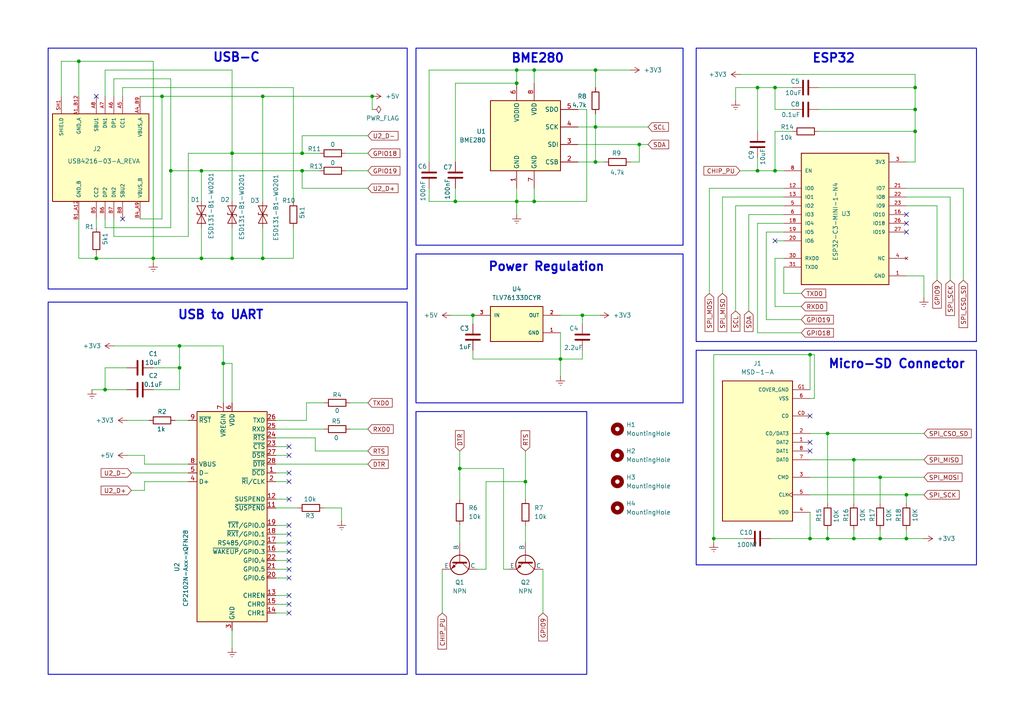
<source format=kicad_sch>
(kicad_sch (version 20250114) (generator "eeschema") (generator_version "9.0")
  (paper "A4")
  (title_block (title "Datalogger") (date "2025-11-27") (rev "V 1.0"))
  (rectangle (start 13.97 13.97) (end 118.11 83.82) (stroke (width 0.254)))
  (rectangle (start 201.93 101.6) (end 283.21 163.83) (stroke (width 0.254)))
  (rectangle (start 120.65 119.38) (end 170.18 195.58) (stroke (width 0.254)))
  (rectangle (start 201.93 13.97) (end 283.21 99.06) (stroke (width 0.254)))
  (rectangle (start 13.97 87.63) (end 118.11 195.58) (stroke (width 0.254)))
  (rectangle (start 120.65 13.97) (end 198.12 71.12) (stroke (width 0.254)))
  (rectangle (start 120.65 73.66) (end 198.12 116.84) (stroke (width 0.254)))
  (text "Micro-SD Connector" (at 260.096 105.664 0) (effects (font (size 2.54 2.54) (thickness 0.508) (bold yes))))
  (text "USB-C" (at 68.58 16.764 0) (effects (font (size 2.54 2.54) (thickness 0.508) (bold yes))))
  (text "ESP32" (at 241.808 17.018 0) (effects (font (size 2.54 2.54) (thickness 0.508) (bold yes))))
  (text "BME280" (at 155.956 17.018 0) (effects (font (size 2.54 2.54) (thickness 0.508) (bold yes))))
  (text "USB to UART" (at 64.008 91.44 0) (effects (font (size 2.54 2.54) (thickness 0.508) (bold yes))))
  (text "Power Regulation" (at 158.496 77.47 0) (effects (font (size 2.54 2.54) (thickness 0.508) (bold yes))))
  (junction (at 172.72 20.32))
  (junction (at 185.42 41.91))
  (junction (at 219.71 49.53))
  (junction (at 172.72 46.99))
  (junction (at 265.43 25.4))
  (junction (at 149.86 20.32))
  (junction (at 44.45 74.93))
  (junction (at 30.48 113.03))
  (junction (at 247.65 156.21))
  (junction (at 149.86 24.13))
  (junction (at 87.63 44.45))
  (junction (at 265.43 38.1))
  (junction (at 107.95 27.94))
  (junction (at 168.91 91.44))
  (junction (at 152.4 139.7))
  (junction (at 247.65 133.35))
  (junction (at 262.89 143.51))
  (junction (at 224.79 49.53))
  (junction (at 46.99 27.94))
  (junction (at 219.71 25.4))
  (junction (at 149.86 58.42))
  (junction (at 58.42 49.53))
  (junction (at 172.72 36.83))
  (junction (at 27.94 74.93))
  (junction (at 22.86 17.78))
  (junction (at 262.89 156.21))
  (junction (at 52.07 106.68))
  (junction (at 67.31 44.45))
  (junction (at 234.95 102.87))
  (junction (at 67.31 74.93))
  (junction (at 240.03 156.21))
  (junction (at 207.01 156.21))
  (junction (at 154.94 58.42))
  (junction (at 162.56 104.14))
  (junction (at 87.63 49.53))
  (junction (at 240.03 125.73))
  (junction (at 255.27 156.21))
  (junction (at 265.43 31.75))
  (junction (at 76.2 74.93))
  (junction (at 137.16 91.44))
  (junction (at 64.77 105.41))
  (junction (at 49.53 49.53))
  (junction (at 224.79 25.4))
  (junction (at 76.2 27.94))
  (junction (at 255.27 138.43))
  (junction (at 234.95 156.21))
  (junction (at 133.35 135.89))
  (junction (at 52.07 100.33))
  (junction (at 132.08 58.42))
  (junction (at 58.42 74.93))
  (junction (at 154.94 20.32))
  (no_connect (at 234.95 130.81))
  (no_connect (at 234.95 128.27))
  (no_connect (at 83.82 132.08))
  (no_connect (at 83.82 137.16))
  (no_connect (at 27.94 27.94))
  (no_connect (at 83.82 144.78))
  (no_connect (at 83.82 160.02))
  (no_connect (at 262.89 62.23))
  (no_connect (at 262.89 67.31))
  (no_connect (at 262.89 64.77))
  (no_connect (at 83.82 177.8))
  (no_connect (at 83.82 139.7))
  (no_connect (at 234.95 120.65))
  (no_connect (at 83.82 167.64))
  (no_connect (at 83.82 129.54))
  (no_connect (at 83.82 162.56))
  (no_connect (at 83.82 152.4))
  (no_connect (at 83.82 172.72))
  (no_connect (at 35.56 63.5))
  (no_connect (at 83.82 154.94))
  (no_connect (at 83.82 175.26))
  (no_connect (at 83.82 157.48))
  (no_connect (at 83.82 165.1))
  (no_connect (at 224.79 69.85))
  (wire (pts (xy 87.63 39.37) (xy 106.68 39.37)))
  (wire (pts (xy 146.05 165.1) (xy 146.05 135.89)))
  (wire (pts (xy 279.4 54.61) (xy 262.89 54.61)))
  (wire (pts (xy 100.33 44.45) (xy 106.68 44.45)))
  (wire (pts (xy 214.63 49.53) (xy 219.71 49.53)))
  (wire (pts (xy 76.2 27.94) (xy 76.2 58.42)))
  (wire (pts (xy 213.36 25.4) (xy 213.36 29.21)))
  (wire (pts (xy 36.83 121.92) (xy 43.18 121.92)))
  (wire (pts (xy 54.61 68.58) (xy 54.61 44.45)))
  (wire (pts (xy 46.99 27.94) (xy 76.2 27.94)))
  (wire (pts (xy 67.31 187.96) (xy 67.31 182.88)))
  (wire (pts (xy 234.95 156.21) (xy 240.03 156.21)))
  (wire (pts (xy 247.65 153.67) (xy 247.65 156.21)))
  (wire (pts (xy 85.09 25.4) (xy 85.09 58.42)))
  (wire (pts (xy 124.46 58.42) (xy 132.08 58.42)))
  (wire (pts (xy 222.25 67.31) (xy 227.33 67.31)))
  (wire (pts (xy 167.64 41.91) (xy 185.42 41.91)))
  (wire (pts (xy 44.45 74.93) (xy 44.45 76.2)))
  (wire (pts (xy 33.02 68.58) (xy 54.61 68.58)))
  (wire (pts (xy 22.86 63.5) (xy 22.86 74.93)))
  (wire (pts (xy 44.45 113.03) (xy 52.07 113.03)))
  (wire (pts (xy 80.01 127) (xy 91.44 127)))
  (wire (pts (xy 240.03 125.73) (xy 240.03 146.05)))
  (wire (pts (xy 154.94 58.42) (xy 149.86 58.42)))
  (wire (pts (xy 207.01 156.21) (xy 207.01 157.48)))
  (wire (pts (xy 124.46 20.32) (xy 124.46 46.99)))
  (wire (pts (xy 209.55 57.15) (xy 209.55 85.09)))
  (wire (pts (xy 30.48 27.94) (xy 30.48 20.32)))
  (wire (pts (xy 234.95 138.43) (xy 255.27 138.43)))
  (wire (pts (xy 265.43 21.59) (xy 265.43 25.4)))
  (wire (pts (xy 38.1 137.16) (xy 54.61 137.16)))
  (wire (pts (xy 170.18 31.75) (xy 170.18 58.42)))
  (wire (pts (xy 237.49 38.1) (xy 265.43 38.1)))
  (wire (pts (xy 162.56 96.52) (xy 162.56 104.14)))
  (wire (pts (xy 262.89 143.51) (xy 267.97 143.51)))
  (wire (pts (xy 240.03 156.21) (xy 247.65 156.21)))
  (wire (pts (xy 224.79 74.93) (xy 224.79 88.9)))
  (wire (pts (xy 87.63 49.53) (xy 92.71 49.53)))
  (wire (pts (xy 224.79 25.4) (xy 229.87 25.4)))
  (wire (pts (xy 27.94 63.5) (xy 27.94 66.04)))
  (wire (pts (xy 91.44 127) (xy 91.44 130.81)))
  (wire (pts (xy 107.95 27.94) (xy 107.95 31.75)))
  (wire (pts (xy 30.48 66.04) (xy 49.53 66.04)))
  (wire (pts (xy 149.86 54.61) (xy 149.86 58.42)))
  (wire (pts (xy 234.95 125.73) (xy 240.03 125.73)))
  (wire (pts (xy 227.33 62.23) (xy 217.17 62.23)))
  (wire (pts (xy 149.86 58.42) (xy 149.86 62.23)))
  (wire (pts (xy 162.56 104.14) (xy 162.56 109.22)))
  (wire (pts (xy 255.27 156.21) (xy 262.89 156.21)))
  (wire (pts (xy 219.71 49.53) (xy 224.79 49.53)))
  (wire (pts (xy 262.89 143.51) (xy 262.89 146.05)))
  (wire (pts (xy 205.74 54.61) (xy 205.74 85.09)))
  (wire (pts (xy 219.71 64.77) (xy 227.33 64.77)))
  (wire (pts (xy 255.27 138.43) (xy 255.27 146.05)))
  (wire (pts (xy 140.97 165.1) (xy 140.97 139.7)))
  (wire (pts (xy 265.43 38.1) (xy 265.43 46.99)))
  (wire (pts (xy 87.63 44.45) (xy 92.71 44.45)))
  (wire (pts (xy 146.05 135.89) (xy 133.35 135.89)))
  (wire (pts (xy 101.6 116.84) (xy 106.68 116.84)))
  (wire (pts (xy 265.43 46.99) (xy 262.89 46.99)))
  (wire (pts (xy 222.25 92.71) (xy 232.41 92.71)))
  (wire (pts (xy 40.64 63.5) (xy 46.99 63.5)))
  (wire (pts (xy 33.02 27.94) (xy 33.02 22.86)))
  (wire (pts (xy 224.79 31.75) (xy 224.79 25.4)))
  (wire (pts (xy 46.99 27.94) (xy 46.99 63.5)))
  (wire (pts (xy 132.08 54.61) (xy 132.08 58.42)))
  (wire (pts (xy 224.79 69.85) (xy 227.33 69.85)))
  (wire (pts (xy 26.67 113.03) (xy 30.48 113.03)))
  (wire (pts (xy 222.25 67.31) (xy 222.25 92.71)))
  (wire (pts (xy 36.83 113.03) (xy 30.48 113.03)))
  (wire (pts (xy 149.86 20.32) (xy 124.46 20.32)))
  (wire (pts (xy 217.17 62.23) (xy 217.17 90.17)))
  (wire (pts (xy 80.01 137.16) (xy 83.82 137.16)))
  (wire (pts (xy 17.78 17.78) (xy 22.86 17.78)))
  (wire (pts (xy 99.06 151.13) (xy 99.06 147.32)))
  (wire (pts (xy 128.27 165.1) (xy 128.27 177.8)))
  (wire (pts (xy 224.79 88.9) (xy 232.41 88.9)))
  (wire (pts (xy 265.43 21.59) (xy 214.63 21.59)))
  (wire (pts (xy 140.97 139.7) (xy 152.4 139.7)))
  (wire (pts (xy 52.07 113.03) (xy 52.07 106.68)))
  (wire (pts (xy 27.94 73.66) (xy 27.94 74.93)))
  (wire (pts (xy 41.91 139.7) (xy 41.91 142.24)))
  (wire (pts (xy 91.44 130.81) (xy 106.68 130.81)))
  (wire (pts (xy 219.71 25.4) (xy 224.79 25.4)))
  (wire (pts (xy 44.45 74.93) (xy 58.42 74.93)))
  (wire (pts (xy 152.4 139.7) (xy 152.4 144.78)))
  (wire (pts (xy 237.49 25.4) (xy 265.43 25.4)))
  (wire (pts (xy 80.01 121.92) (xy 88.9 121.92)))
  (wire (pts (xy 219.71 25.4) (xy 213.36 25.4)))
  (wire (pts (xy 76.2 66.04) (xy 76.2 74.93)))
  (wire (pts (xy 172.72 33.02) (xy 172.72 36.83)))
  (wire (pts (xy 54.61 44.45) (xy 67.31 44.45)))
  (wire (pts (xy 152.4 130.81) (xy 152.4 139.7)))
  (wire (pts (xy 80.01 160.02) (xy 83.82 160.02)))
  (wire (pts (xy 30.48 20.32) (xy 67.31 20.32)))
  (wire (pts (xy 67.31 74.93) (xy 76.2 74.93)))
  (wire (pts (xy 247.65 156.21) (xy 255.27 156.21)))
  (wire (pts (xy 124.46 54.61) (xy 124.46 58.42)))
  (wire (pts (xy 167.64 36.83) (xy 172.72 36.83)))
  (wire (pts (xy 234.95 143.51) (xy 262.89 143.51)))
  (wire (pts (xy 219.71 96.52) (xy 232.41 96.52)))
  (wire (pts (xy 58.42 58.42) (xy 58.42 49.53)))
  (wire (pts (xy 35.56 25.4) (xy 85.09 25.4)))
  (wire (pts (xy 44.45 17.78) (xy 44.45 74.93)))
  (wire (pts (xy 219.71 25.4) (xy 219.71 38.1)))
  (wire (pts (xy 22.86 74.93) (xy 27.94 74.93)))
  (wire (pts (xy 213.36 59.69) (xy 213.36 90.17)))
  (wire (pts (xy 240.03 125.73) (xy 267.97 125.73)))
  (wire (pts (xy 255.27 153.67) (xy 255.27 156.21)))
  (wire (pts (xy 80.01 132.08) (xy 83.82 132.08)))
  (wire (pts (xy 54.61 139.7) (xy 41.91 139.7)))
  (wire (pts (xy 67.31 44.45) (xy 87.63 44.45)))
  (wire (pts (xy 267.97 80.01) (xy 267.97 86.36)))
  (wire (pts (xy 80.01 124.46) (xy 93.98 124.46)))
  (wire (pts (xy 49.53 22.86) (xy 49.53 49.53)))
  (wire (pts (xy 207.01 156.21) (xy 215.9 156.21)))
  (wire (pts (xy 157.48 165.1) (xy 157.48 177.8)))
  (wire (pts (xy 167.64 46.99) (xy 172.72 46.99)))
  (wire (pts (xy 219.71 64.77) (xy 219.71 96.52)))
  (wire (pts (xy 234.95 133.35) (xy 247.65 133.35)))
  (wire (pts (xy 152.4 152.4) (xy 152.4 157.48)))
  (wire (pts (xy 99.06 147.32) (xy 93.98 147.32)))
  (wire (pts (xy 236.22 102.87) (xy 234.95 102.87)))
  (wire (pts (xy 130.81 91.44) (xy 137.16 91.44)))
  (wire (pts (xy 22.86 17.78) (xy 22.86 27.94)))
  (wire (pts (xy 132.08 24.13) (xy 132.08 46.99)))
  (wire (pts (xy 80.01 134.62) (xy 106.68 134.62)))
  (wire (pts (xy 234.95 148.59) (xy 234.95 156.21)))
  (wire (pts (xy 76.2 27.94) (xy 107.95 27.94)))
  (wire (pts (xy 133.35 152.4) (xy 133.35 157.48)))
  (wire (pts (xy 265.43 25.4) (xy 265.43 31.75)))
  (wire (pts (xy 149.86 20.32) (xy 149.86 24.13)))
  (wire (pts (xy 100.33 49.53) (xy 106.68 49.53)))
  (wire (pts (xy 41.91 132.08) (xy 41.91 134.62)))
  (wire (pts (xy 207.01 102.87) (xy 234.95 102.87)))
  (wire (pts (xy 237.49 31.75) (xy 265.43 31.75)))
  (wire (pts (xy 58.42 74.93) (xy 67.31 74.93)))
  (wire (pts (xy 247.65 133.35) (xy 247.65 146.05)))
  (wire (pts (xy 27.94 74.93) (xy 44.45 74.93)))
  (wire (pts (xy 85.09 66.04) (xy 85.09 74.93)))
  (wire (pts (xy 224.79 49.53) (xy 227.33 49.53)))
  (wire (pts (xy 101.6 124.46) (xy 106.68 124.46)))
  (wire (pts (xy 138.43 165.1) (xy 140.97 165.1)))
  (wire (pts (xy 80.01 147.32) (xy 86.36 147.32)))
  (wire (pts (xy 255.27 138.43) (xy 267.97 138.43)))
  (wire (pts (xy 224.79 38.1) (xy 224.79 49.53)))
  (wire (pts (xy 80.01 157.48) (xy 83.82 157.48)))
  (wire (pts (xy 87.63 54.61) (xy 87.63 49.53)))
  (wire (pts (xy 88.9 116.84) (xy 93.98 116.84)))
  (wire (pts (xy 67.31 105.41) (xy 64.77 105.41)))
  (wire (pts (xy 49.53 49.53) (xy 58.42 49.53)))
  (wire (pts (xy 182.88 20.32) (xy 172.72 20.32)))
  (wire (pts (xy 80.01 129.54) (xy 83.82 129.54)))
  (wire (pts (xy 64.77 100.33) (xy 64.77 105.41)))
  (wire (pts (xy 41.91 134.62) (xy 54.61 134.62)))
  (wire (pts (xy 232.41 85.09) (xy 227.33 85.09)))
  (wire (pts (xy 262.89 80.01) (xy 267.97 80.01)))
  (wire (pts (xy 33.02 100.33) (xy 52.07 100.33)))
  (wire (pts (xy 64.77 100.33) (xy 52.07 100.33)))
  (wire (pts (xy 67.31 105.41) (xy 67.31 116.84)))
  (wire (pts (xy 229.87 38.1) (xy 224.79 38.1)))
  (wire (pts (xy 22.86 17.78) (xy 44.45 17.78)))
  (wire (pts (xy 154.94 54.61) (xy 154.94 58.42)))
  (wire (pts (xy 87.63 54.61) (xy 106.68 54.61)))
  (wire (pts (xy 36.83 132.08) (xy 41.91 132.08)))
  (wire (pts (xy 80.01 177.8) (xy 83.82 177.8)))
  (wire (pts (xy 17.78 27.94) (xy 17.78 17.78)))
  (wire (pts (xy 172.72 25.4) (xy 172.72 20.32)))
  (wire (pts (xy 168.91 101.6) (xy 168.91 104.14)))
  (wire (pts (xy 247.65 133.35) (xy 267.97 133.35)))
  (wire (pts (xy 58.42 66.04) (xy 58.42 74.93)))
  (wire (pts (xy 162.56 91.44) (xy 168.91 91.44)))
  (wire (pts (xy 154.94 20.32) (xy 149.86 20.32)))
  (wire (pts (xy 80.01 172.72) (xy 83.82 172.72)))
  (wire (pts (xy 67.31 44.45) (xy 67.31 58.42)))
  (wire (pts (xy 205.74 54.61) (xy 227.33 54.61)))
  (wire (pts (xy 271.78 59.69) (xy 262.89 59.69)))
  (wire (pts (xy 149.86 24.13) (xy 132.08 24.13)))
  (wire (pts (xy 265.43 31.75) (xy 265.43 38.1)))
  (wire (pts (xy 236.22 102.87) (xy 236.22 115.57)))
  (wire (pts (xy 87.63 39.37) (xy 87.63 44.45)))
  (wire (pts (xy 33.02 63.5) (xy 33.02 68.58)))
  (wire (pts (xy 154.94 20.32) (xy 154.94 24.13)))
  (wire (pts (xy 133.35 130.81) (xy 133.35 135.89)))
  (wire (pts (xy 30.48 63.5) (xy 30.48 66.04)))
  (wire (pts (xy 133.35 135.89) (xy 133.35 144.78)))
  (wire (pts (xy 172.72 36.83) (xy 172.72 46.99)))
  (wire (pts (xy 88.9 121.92) (xy 88.9 116.84)))
  (wire (pts (xy 219.71 45.72) (xy 219.71 49.53)))
  (wire (pts (xy 262.89 153.67) (xy 262.89 156.21)))
  (wire (pts (xy 137.16 101.6) (xy 137.16 104.14)))
  (wire (pts (xy 67.31 66.04) (xy 67.31 74.93)))
  (wire (pts (xy 209.55 57.15) (xy 227.33 57.15)))
  (wire (pts (xy 80.01 167.64) (xy 83.82 167.64)))
  (wire (pts (xy 207.01 102.87) (xy 207.01 156.21)))
  (wire (pts (xy 262.89 57.15) (xy 275.59 57.15)))
  (wire (pts (xy 132.08 58.42) (xy 149.86 58.42)))
  (wire (pts (xy 236.22 115.57) (xy 234.95 115.57)))
  (wire (pts (xy 30.48 106.68) (xy 36.83 106.68)))
  (wire (pts (xy 172.72 36.83) (xy 187.96 36.83)))
  (wire (pts (xy 80.01 162.56) (xy 83.82 162.56)))
  (wire (pts (xy 224.79 74.93) (xy 227.33 74.93)))
  (wire (pts (xy 80.01 144.78) (xy 83.82 144.78)))
  (wire (pts (xy 80.01 154.94) (xy 83.82 154.94)))
  (wire (pts (xy 223.52 156.21) (xy 234.95 156.21)))
  (wire (pts (xy 168.91 91.44) (xy 173.99 91.44)))
  (wire (pts (xy 240.03 153.67) (xy 240.03 156.21)))
  (wire (pts (xy 58.42 49.53) (xy 87.63 49.53)))
  (wire (pts (xy 185.42 41.91) (xy 187.96 41.91)))
  (wire (pts (xy 80.01 139.7) (xy 83.82 139.7)))
  (wire (pts (xy 279.4 81.28) (xy 279.4 54.61)))
  (wire (pts (xy 227.33 85.09) (xy 227.33 77.47)))
  (wire (pts (xy 64.77 105.41) (xy 64.77 116.84)))
  (wire (pts (xy 275.59 57.15) (xy 275.59 81.28)))
  (wire (pts (xy 137.16 104.14) (xy 162.56 104.14)))
  (wire (pts (xy 154.94 20.32) (xy 172.72 20.32)))
  (wire (pts (xy 162.56 104.14) (xy 168.91 104.14)))
  (wire (pts (xy 76.2 74.93) (xy 85.09 74.93)))
  (wire (pts (xy 137.16 91.44) (xy 137.16 93.98)))
  (wire (pts (xy 49.53 66.04) (xy 49.53 49.53)))
  (wire (pts (xy 52.07 106.68) (xy 52.07 100.33)))
  (wire (pts (xy 41.91 142.24) (xy 38.1 142.24)))
  (wire (pts (xy 170.18 58.42) (xy 154.94 58.42)))
  (wire (pts (xy 30.48 113.03) (xy 30.48 106.68)))
  (wire (pts (xy 80.01 152.4) (xy 83.82 152.4)))
  (wire (pts (xy 271.78 81.28) (xy 271.78 59.69)))
  (wire (pts (xy 185.42 41.91) (xy 185.42 46.99)))
  (wire (pts (xy 80.01 175.26) (xy 83.82 175.26)))
  (wire (pts (xy 35.56 27.94) (xy 35.56 25.4)))
  (wire (pts (xy 234.95 113.03) (xy 234.95 102.87)))
  (wire (pts (xy 167.64 31.75) (xy 170.18 31.75)))
  (wire (pts (xy 40.64 27.94) (xy 46.99 27.94)))
  (wire (pts (xy 44.45 106.68) (xy 52.07 106.68)))
  (wire (pts (xy 227.33 59.69) (xy 213.36 59.69)))
  (wire (pts (xy 229.87 31.75) (xy 224.79 31.75)))
  (wire (pts (xy 67.31 20.32) (xy 67.31 44.45)))
  (wire (pts (xy 33.02 22.86) (xy 49.53 22.86)))
  (wire (pts (xy 168.91 91.44) (xy 168.91 93.98)))
  (wire (pts (xy 185.42 46.99) (xy 182.88 46.99)))
  (wire (pts (xy 80.01 165.1) (xy 83.82 165.1)))
  (wire (pts (xy 147.32 165.1) (xy 146.05 165.1)))
  (wire (pts (xy 262.89 156.21) (xy 267.97 156.21)))
  (wire (pts (xy 172.72 46.99) (xy 175.26 46.99)))
  (wire (pts (xy 50.8 121.92) (xy 54.61 121.92)))
  (global_label "SCL" (shape input) (at 187.96 36.83 0) (property "Intersheetrefs" "${INTERSHEET_REFS}" (effects (hide yes))))
  (global_label "RTS" (shape input) (at 152.4 130.81 90) (property "Intersheetrefs" "${INTERSHEET_REFS}" (effects (hide yes))))
  (global_label "RTS" (shape input) (at 106.68 130.81 0) (property "Intersheetrefs" "${INTERSHEET_REFS}" (effects (hide yes))))
  (global_label "RXD0" (shape input) (at 232.41 88.9 0) (property "Intersheetrefs" "${INTERSHEET_REFS}" (effects (hide yes))))
  (global_label "SPI_MISO" (shape input) (at 267.97 133.35 0) (property "Intersheetrefs" "${INTERSHEET_REFS}" (effects (hide yes))))
  (global_label "U2_D+" (shape input) (at 38.1 142.24 180) (property "Intersheetrefs" "${INTERSHEET_REFS}" (effects (hide yes))))
  (global_label "GPIO18" (shape input) (at 106.68 44.45 0) (property "Intersheetrefs" "${INTERSHEET_REFS}" (effects (hide yes))))
  (global_label "GPIO19" (shape input) (at 232.41 92.71 0) (property "Intersheetrefs" "${INTERSHEET_REFS}" (effects (hide yes))))
  (global_label "SDA" (shape input) (at 217.17 90.17 270) (property "Intersheetrefs" "${INTERSHEET_REFS}" (effects (hide yes))))
  (global_label "CHIP_PU" (shape input) (at 128.27 177.8 270) (property "Intersheetrefs" "${INTERSHEET_REFS}" (effects (hide yes))))
  (global_label "SPI_MISO" (shape input) (at 209.55 85.09 270) (property "Intersheetrefs" "${INTERSHEET_REFS}" (effects (hide yes))))
  (global_label "GPIO9" (shape input) (at 271.78 81.28 270) (property "Intersheetrefs" "${INTERSHEET_REFS}" (effects (hide yes))))
  (global_label "SPI_CSO_SD" (shape input) (at 267.97 125.73 0) (property "Intersheetrefs" "${INTERSHEET_REFS}" (effects (hide yes))))
  (global_label "SPI_CSO_SD" (shape input) (at 279.4 81.28 270) (property "Intersheetrefs" "${INTERSHEET_REFS}" (effects (hide yes))))
  (global_label "SPI_MOSI" (shape input) (at 205.74 85.09 270) (property "Intersheetrefs" "${INTERSHEET_REFS}" (effects (hide yes))))
  (global_label "U2_D-" (shape input) (at 106.68 39.37 0) (property "Intersheetrefs" "${INTERSHEET_REFS}" (effects (hide yes))))
  (global_label "SPI_SCK" (shape input) (at 267.97 143.51 0) (property "Intersheetrefs" "${INTERSHEET_REFS}" (effects (hide yes))))
  (global_label "GPIO18" (shape input) (at 232.41 96.52 0) (property "Intersheetrefs" "${INTERSHEET_REFS}" (effects (hide yes))))
  (global_label "GPIO9" (shape input) (at 157.48 177.8 270) (property "Intersheetrefs" "${INTERSHEET_REFS}" (effects (hide yes))))
  (global_label "CHIP_PU" (shape input) (at 214.63 49.53 180) (property "Intersheetrefs" "${INTERSHEET_REFS}" (effects (hide yes))))
  (global_label "U2_D+" (shape input) (at 106.68 54.61 0) (property "Intersheetrefs" "${INTERSHEET_REFS}" (effects (hide yes))))
  (global_label "U2_D-" (shape input) (at 38.1 137.16 180) (property "Intersheetrefs" "${INTERSHEET_REFS}" (effects (hide yes))))
  (global_label "SPI_MOSI" (shape input) (at 267.97 138.43 0) (property "Intersheetrefs" "${INTERSHEET_REFS}" (effects (hide yes))))
  (global_label "DTR" (shape input) (at 106.68 134.62 0) (property "Intersheetrefs" "${INTERSHEET_REFS}" (effects (hide yes))))
  (global_label "SCL" (shape input) (at 213.36 90.17 270) (property "Intersheetrefs" "${INTERSHEET_REFS}" (effects (hide yes))))
  (global_label "SDA" (shape input) (at 187.96 41.91 0) (property "Intersheetrefs" "${INTERSHEET_REFS}" (effects (hide yes))))
  (global_label "TXD0" (shape input) (at 106.68 116.84 0) (property "Intersheetrefs" "${INTERSHEET_REFS}" (effects (hide yes))))
  (global_label "DTR" (shape input) (at 133.35 130.81 90) (property "Intersheetrefs" "${INTERSHEET_REFS}" (effects (hide yes))))
  (global_label "GPIO19" (shape input) (at 106.68 49.53 0) (property "Intersheetrefs" "${INTERSHEET_REFS}" (effects (hide yes))))
  (global_label "SPI_SCK" (shape input) (at 275.59 81.28 270) (property "Intersheetrefs" "${INTERSHEET_REFS}" (effects (hide yes))))
  (global_label "RXD0" (shape input) (at 106.68 124.46 0) (property "Intersheetrefs" "${INTERSHEET_REFS}" (effects (hide yes))))
  (global_label "TXD0" (shape input) (at 232.41 85.09 0) (property "Intersheetrefs" "${INTERSHEET_REFS}" (effects (hide yes))))
  (symbol (lib_id "TLV76133DCYR:TLV76133DCYR") (at 149.86 93.98 0) (unit 1)
    (property "Reference" "U4" (at 149.86 83.82 0))
    (property "Value" "TLV76133DCYR" (at 149.86 86.36 0))
    (property "Footprint" "POWER_REGULATOR:VREG_TLV76133DCYR" (effects (hide yes)))
    (property "MF" "Texas Instruments" (effects (hide yes)))
    (property "MAXIMUM_PACKAGE_HEIGHT" "1.8mm" (effects (hide yes)))
    (property "Package" "SOT-223-4 Texas Instruments" (effects (hide yes)))
    (property "Price" "None" (effects (hide yes)))
    (property "Check_prices" "https://www.snapeda.com/parts/TLV76133DCYR/Texas+Instruments/view-part/?ref=eda" (effects (hide yes)))
    (property "STANDARD" "Manufacturer Recommendations" (effects (hide yes)))
    (property "PARTREV" "B" (effects (hide yes)))
    (property "SnapEDA_Link" "https://www.snapeda.com/parts/TLV76133DCYR/Texas+Instruments/view-part/?ref=snap" (effects (hide yes)))
    (property "MP" "TLV76133DCYR" (effects (hide yes)))
    (property "Description_1" "1A 16V high-PSRR linear voltage regulator" (effects (hide yes)))
    (property "Availability" "In Stock" (effects (hide yes)))
    (property "MANUFACTURER" "Texas Instruments" (effects (hide yes)))
  )
  (symbol (lib_id "Device:C") (at 219.71 156.21 90) (unit 1)
    (property "Reference" "C10" (at 216.408 154.432 90))
    (property "Value" "100Nf" (at 216.662 157.988 90))
    (property "Footprint" "Capacitor_SMD:C_0402_1005Metric" (effects (hide yes)))
    (property "Description" "Unpolarized capacitor" (effects (hide yes)))
  )
  (symbol (lib_id "Device:C") (at 40.64 106.68 90) (unit 1)
    (property "Reference" "C1" (at 44.45 102.616 90))
    (property "Value" "10uF" (at 44.45 105.156 90))
    (property "Footprint" "Capacitor_SMD:C_0603_1608Metric" (effects (hide yes)))
    (property "Description" "Unpolarized capacitor" (effects (hide yes)))
  )
  (symbol (lib_id "Device:R") (at 262.89 149.86 0) (unit 1)
    (property "Reference" "R18" (at 260.604 151.384 90) (effects (justify left)))
    (property "Value" "10K" (at 265.43 151.384 90) (effects (justify left)))
    (property "Footprint" "Resistor_SMD:R_0402_1005Metric" (effects (hide yes)))
    (property "Description" "Resistor" (effects (hide yes)))
  )
  (symbol (lib_id "power:+3V3") (at 36.83 121.92 90) (unit 1)
    (property "Reference" "#PWR012" (effects (hide yes)))
    (property "Value" "+3V3" (at 33.02 121.9199 90) (effects (justify left)))
    (property "Description" "Power symbol creates a global label with name \"+3V3\"" (effects (hide yes)))
  )
  (symbol (lib_id "power:PWR_FLAG") (at 107.95 31.75 270) (unit 1)
    (property "Reference" "#FLG02" (effects (hide yes)))
    (property "Value" "PWR_FLAG" (at 110.998 34.29 90))
    (property "Description" "Special symbol for telling ERC where power comes from" (effects (hide yes)))
  )
  (symbol (lib_id "Diode:ESD131-B1-W0201") (at 67.31 62.23 90) (unit 1)
    (property "Reference" "D2" (at 65.278 57.912 90))
    (property "Value" "ESD131-B1-W0201" (at 70.104 59.944 0))
    (property "Footprint" "Diode_SMD:Infineon_SG-WLL-2-3_0.58x0.28_P0.36mm" (effects (hide yes)))
    (property "Datasheet" "https://www.infineon.com/dgdl/Infineon-ESD131-B1-W0201-DataSheet-v02_00-EN.pdf?fileId=5546d4625cc9456a015ce94850964889" (effects (hide yes)))
    (property "Description" "Bidirectional ESD protection diode, ±5.5Vrwm, 0.23pF, SG-WLL-2-3" (effects (hide yes)))
  )
  (symbol (lib_id "power:+5V") (at 36.83 132.08 90) (unit 1)
    (property "Reference" "#PWR017" (effects (hide yes)))
    (property "Value" "+5V" (at 33.02 132.0799 90) (effects (justify left)))
    (property "Description" "Power symbol creates a global label with name \"+5V\"" (effects (hide yes)))
  )
  (symbol (lib_id "power:GNDREF") (at 149.86 62.23 0) (unit 1)
    (property "Reference" "#PWR06" (effects (hide yes)))
    (property "Value" "GNDREF" (effects (hide yes)))
    (property "Description" "Power symbol creates a global label with name \"GNDREF\" , reference supply ground" (effects (hide yes)))
  )
  (symbol (lib_id "Device:C") (at 124.46 50.8 0) (unit 1)
    (property "Reference" "C6" (at 121.158 48.26 0) (effects (justify left)))
    (property "Value" "100nF" (at 122.682 58.42 90) (effects (justify left)))
    (property "Footprint" "Capacitor_SMD:C_0402_1005Metric" (effects (hide yes)))
    (property "Description" "Unpolarized capacitor" (effects (hide yes)))
  )
  (symbol (lib_id "power:GNDREF") (at 26.67 113.03 0) (unit 1)
    (property "Reference" "#PWR03" (effects (hide yes)))
    (property "Value" "GNDREF" (effects (hide yes)))
    (property "Description" "Power symbol creates a global label with name \"GNDREF\" , reference supply ground" (effects (hide yes)))
  )
  (symbol (lib_id "Simulation_SPICE:NPN") (at 152.4 162.56 270) (unit 1)
    (property "Reference" "Q2" (at 152.4 168.91 90))
    (property "Value" "NPN" (at 152.4 171.45 90))
    (property "Footprint" "Transistor_SMD:TRANS_BC847B" (effects (hide yes)))
    (property "Datasheet" "https://ngspice.sourceforge.io/docs/ngspice-html-manual/manual.xhtml#cha_BJTs" (effects (hide yes)))
    (property "Description" "Bipolar transistor symbol for simulation only, substrate tied to the emitter" (effects (hide yes)))
    (property "Sim.Device" "NPN" (effects (hide yes)))
    (property "Sim.Type" "GUMMELPOON" (effects (hide yes)))
    (property "Sim.Pins" "1=C 2=B 3=E" (effects (hide yes)))
  )
  (symbol (lib_id "Device:R") (at 90.17 147.32 270) (unit 1)
    (property "Reference" "R3" (at 89.916 149.606 90))
    (property "Value" "10k" (at 89.916 144.78 90))
    (property "Footprint" "Resistor_SMD:R_0402_1005Metric" (effects (hide yes)))
    (property "Description" "Resistor" (effects (hide yes)))
  )
  (symbol (lib_id "Device:R") (at 96.52 49.53 90) (unit 1)
    (property "Reference" "R13" (at 91.694 48.26 90))
    (property "Value" "0" (at 96.52 47.244 90))
    (property "Footprint" "Resistor_SMD:R_0402_1005Metric" (effects (hide yes)))
    (property "Description" "Resistor" (effects (hide yes)))
  )
  (symbol (lib_id "Device:C") (at 40.64 113.03 90) (unit 1)
    (property "Reference" "C2" (at 44.45 108.966 90))
    (property "Value" "0.1uF" (at 44.45 111.506 90))
    (property "Footprint" "Capacitor_SMD:C_0402_1005Metric" (effects (hide yes)))
    (property "Description" "Unpolarized capacitor" (effects (hide yes)))
  )
  (symbol (lib_id "power:GNDREF") (at 67.31 187.96 0) (unit 1)
    (property "Reference" "#PWR02" (effects (hide yes)))
    (property "Value" "GNDREF" (effects (hide yes)))
    (property "Description" "Power symbol creates a global label with name \"GNDREF\" , reference supply ground" (effects (hide yes)))
  )
  (symbol (lib_id "Device:R") (at 152.4 148.59 0) (unit 1)
    (property "Reference" "R7" (at 154.94 147.3199 0) (effects (justify left)))
    (property "Value" "10k" (at 154.94 149.8599 0) (effects (justify left)))
    (property "Footprint" "Resistor_SMD:R_0402_1005Metric" (effects (hide yes)))
    (property "Description" "Resistor" (effects (hide yes)))
  )
  (symbol (lib_id "power:GNDREF") (at 213.36 29.21 0) (unit 1)
    (property "Reference" "#PWR08" (effects (hide yes)))
    (property "Value" "GNDREF" (effects (hide yes)))
    (property "Description" "Power symbol creates a global label with name \"GNDREF\" , reference supply ground" (effects (hide yes)))
  )
  (symbol (lib_id "Device:R") (at 133.35 148.59 0) (unit 1)
    (property "Reference" "R6" (at 135.89 147.3199 0) (effects (justify left)))
    (property "Value" "10k" (at 135.89 149.8599 0) (effects (justify left)))
    (property "Footprint" "Resistor_SMD:R_0402_1005Metric" (effects (hide yes)))
    (property "Description" "Resistor" (effects (hide yes)))
  )
  (symbol (lib_id "Device:R") (at 27.94 69.85 0) (unit 1)
    (property "Reference" "R1" (at 24.638 65.786 0) (effects (justify left)))
    (property "Value" "5k1" (at 30.48 71.1199 90) (effects (justify left)))
    (property "Footprint" "Resistor_SMD:R_0402_1005Metric" (effects (hide yes)))
    (property "Description" "Resistor" (effects (hide yes)))
  )
  (symbol (lib_id "power:GNDREF") (at 267.97 86.36 0) (unit 1)
    (property "Reference" "#PWR07" (effects (hide yes)))
    (property "Value" "GNDREF" (effects (hide yes)))
    (property "Description" "Power symbol creates a global label with name \"GNDREF\" , reference supply ground" (effects (hide yes)))
  )
  (symbol (lib_id "power:+3V3") (at 173.99 91.44 270) (unit 1)
    (property "Reference" "#PWR010" (effects (hide yes)))
    (property "Value" "+3V3" (at 177.8 91.4399 90) (effects (justify left)))
    (property "Description" "Power symbol creates a global label with name \"+3V3\"" (effects (hide yes)))
  )
  (symbol (lib_id "Diode:ESD131-B1-W0201") (at 76.2 62.23 90) (unit 1)
    (property "Reference" "D3" (at 73.914 58.166 90))
    (property "Value" "ESD131-B1-W0201" (at 80.01 60.198 0))
    (property "Footprint" "Diode_SMD:Infineon_SG-WLL-2-3_0.58x0.28_P0.36mm" (effects (hide yes)))
    (property "Datasheet" "https://www.infineon.com/dgdl/Infineon-ESD131-B1-W0201-DataSheet-v02_00-EN.pdf?fileId=5546d4625cc9456a015ce94850964889" (effects (hide yes)))
    (property "Description" "Bidirectional ESD protection diode, ±5.5Vrwm, 0.23pF, SG-WLL-2-3" (effects (hide yes)))
  )
  (symbol (lib_id "Device:R") (at 247.65 149.86 0) (unit 1)
    (property "Reference" "R16" (at 245.364 151.384 90) (effects (justify left)))
    (property "Value" "10K" (at 250.19 151.384 90) (effects (justify left)))
    (property "Footprint" "Resistor_SMD:R_0402_1005Metric" (effects (hide yes)))
    (property "Description" "Resistor" (effects (hide yes)))
  )
  (symbol (lib_id "Device:C") (at 132.08 50.8 0) (unit 1)
    (property "Reference" "C7" (at 128.524 48.514 0) (effects (justify left)))
    (property "Value" "100nF" (at 129.794 57.912 90) (effects (justify left)))
    (property "Footprint" "Capacitor_SMD:C_0402_1005Metric" (effects (hide yes)))
    (property "Description" "Unpolarized capacitor" (effects (hide yes)))
  )
  (symbol (lib_id "Mechanical:MountingHole") (at 179.07 147.32 0) (unit 1) (in_bom no)
    (property "Reference" "H4" (at 181.61 146.0499 0) (effects (justify left)))
    (property "Value" "MountingHole" (at 181.61 148.5899 0) (effects (justify left)))
    (property "Footprint" "MountingHole:MountingHole_2.5mm_Pad_Via" (effects (hide yes)))
    (property "Description" "Mounting Hole without connection" (effects (hide yes)))
  )
  (symbol (lib_id "Interface_USB:CP2102N-Axx-xQFN28") (at 67.31 149.86 0) (unit 1)
    (property "Reference" "U2" (at 51.308 165.862 90) (effects (justify left)))
    (property "Value" "CP2102N-Axx-xQFN28" (at 53.848 176.022 90) (effects (justify left)))
    (property "Footprint" "Package_DFN_QFN:QFN-28-1EP_5x5mm_P0.5mm_EP3.35x3.35mm" (effects (hide yes)))
    (property "Datasheet" "https://www.silabs.com/documents/public/data-sheets/cp2102n-datasheet.pdf" (effects (hide yes)))
    (property "Description" "USB to UART master bridge, QFN-28" (effects (hide yes)))
  )
  (symbol (lib_id "Device:R") (at 233.68 38.1 270) (unit 1)
    (property "Reference" "R14" (at 228.346 36.83 90))
    (property "Value" "10k" (at 228.092 39.878 90))
    (property "Footprint" "Resistor_SMD:R_0402_1005Metric" (effects (hide yes)))
    (property "Description" "Resistor" (effects (hide yes)))
  )
  (symbol (lib_id "Device:C") (at 233.68 31.75 90) (unit 1)
    (property "Reference" "C8" (at 230.632 30.226 90))
    (property "Value" "0.1uF" (at 229.362 33.274 90))
    (property "Footprint" "Capacitor_SMD:C_0402_1005Metric" (effects (hide yes)))
    (property "Description" "Unpolarized capacitor" (effects (hide yes)))
  )
  (symbol (lib_id "Device:R") (at 85.09 62.23 0) (unit 1)
    (property "Reference" "R10" (at 81.788 58.166 0) (effects (justify left)))
    (property "Value" "5k1" (at 87.63 63.4999 90) (effects (justify left)))
    (property "Footprint" "Resistor_SMD:R_0402_1005Metric" (effects (hide yes)))
    (property "Description" "Resistor" (effects (hide yes)))
  )
  (symbol (lib_id "Device:R") (at 97.79 116.84 90) (unit 1)
    (property "Reference" "R4" (at 97.79 114.554 90))
    (property "Value" "0" (at 97.79 119.126 90))
    (property "Footprint" "Resistor_SMD:R_0402_1005Metric" (effects (hide yes)))
    (property "Description" "Resistor" (effects (hide yes)))
  )
  (symbol (lib_id "Device:R") (at 96.52 44.45 90) (unit 1)
    (property "Reference" "R11" (at 91.186 43.18 90))
    (property "Value" "0" (at 96.52 41.91 90))
    (property "Footprint" "Resistor_SMD:R_0402_1005Metric" (effects (hide yes)))
    (property "Description" "Resistor" (effects (hide yes)))
  )
  (symbol (lib_id "Device:R") (at 46.99 121.92 90) (unit 1)
    (property "Reference" "R2" (at 46.99 119.38 90))
    (property "Value" "1k" (at 46.736 124.46 90))
    (property "Footprint" "Resistor_SMD:R_0402_1005Metric" (effects (hide yes)))
    (property "Description" "Resistor" (effects (hide yes)))
  )
  (symbol (lib_id "Device:R") (at 240.03 149.86 0) (unit 1)
    (property "Reference" "R15" (at 237.49 151.384 90) (effects (justify left)))
    (property "Value" "10K" (at 242.57 151.638 90) (effects (justify left)))
    (property "Footprint" "Resistor_SMD:R_0402_1005Metric" (effects (hide yes)))
    (property "Description" "Resistor" (effects (hide yes)))
  )
  (symbol (lib_id "Sensor:BME280") (at 152.4 39.37 0) (unit 1)
    (property "Reference" "U1" (at 140.97 38.0999 0) (effects (justify right)))
    (property "Value" "BME280" (at 140.97 40.6399 0) (effects (justify right)))
    (property "Footprint" "Package_LGA:Bosch_LGA-8_2.5x2.5mm_P0.65mm_ClockwisePinNumbering" (effects (hide yes)))
    (property "Datasheet" "https://www.bosch-sensortec.com/media/boschsensortec/downloads/datasheets/bst-bme280-ds002.pdf" (effects (hide yes)))
    (property "Description" "3-in-1 sensor, humidity, pressure, temperature, I2C and SPI interface, 1.71-3.6V, LGA-8" (effects (hide yes)))
  )
  (symbol (lib_id "power:+3V3") (at 267.97 156.21 270) (unit 1)
    (property "Reference" "#PWR013" (effects (hide yes)))
    (property "Value" "+3V3" (at 271.78 156.2099 90) (effects (justify left)))
    (property "Description" "Power symbol creates a global label with name \"+3V3\"" (effects (hide yes)))
  )
  (symbol (lib_id "power:GNDREF") (at 162.56 109.22 0) (unit 1)
    (property "Reference" "#PWR05" (effects (hide yes)))
    (property "Value" "GNDREF" (effects (hide yes)))
    (property "Description" "Power symbol creates a global label with name \"GNDREF\" , reference supply ground" (effects (hide yes)))
  )
  (symbol (lib_id "Mechanical:MountingHole") (at 179.07 124.46 0) (unit 1) (in_bom no)
    (property "Reference" "H1" (at 181.61 123.1899 0) (effects (justify left)))
    (property "Value" "MountingHole" (at 181.61 125.7299 0) (effects (justify left)))
    (property "Footprint" "MountingHole:MountingHole_2.5mm_Pad_Via" (effects (hide yes)))
    (property "Description" "Mounting Hole without connection" (effects (hide yes)))
  )
  (symbol (lib_id "power:+5V") (at 130.81 91.44 90) (unit 1)
    (property "Reference" "#PWR018" (effects (hide yes)))
    (property "Value" "+5V" (at 127 91.4399 90) (effects (justify left)))
    (property "Description" "Power symbol creates a global label with name \"+5V\"" (effects (hide yes)))
  )
  (symbol (lib_id "Mechanical:MountingHole") (at 179.07 132.08 0) (unit 1) (in_bom no)
    (property "Reference" "H2" (at 181.61 130.8099 0) (effects (justify left)))
    (property "Value" "MountingHole" (at 181.61 133.3499 0) (effects (justify left)))
    (property "Footprint" "MountingHole:MountingHole_2.5mm_Pad_Via" (effects (hide yes)))
    (property "Description" "Mounting Hole without connection" (effects (hide yes)))
  )
  (symbol (lib_id "Diode:ESD131-B1-W0201") (at 58.42 62.23 90) (unit 1)
    (property "Reference" "D1" (at 56.642 57.912 90))
    (property "Value" "ESD131-B1-W0201" (at 61.214 59.69 0))
    (property "Footprint" "Diode_SMD:Infineon_SG-WLL-2-3_0.58x0.28_P0.36mm" (effects (hide yes)))
    (property "Datasheet" "https://www.infineon.com/dgdl/Infineon-ESD131-B1-W0201-DataSheet-v02_00-EN.pdf?fileId=5546d4625cc9456a015ce94850964889" (effects (hide yes)))
    (property "Description" "Bidirectional ESD protection diode, ±5.5Vrwm, 0.23pF, SG-WLL-2-3" (effects (hide yes)))
  )
  (symbol (lib_id "Device:C") (at 137.16 97.79 0) (unit 1)
    (property "Reference" "C3" (at 133.35 95.25 0) (effects (justify left)))
    (property "Value" "1uF" (at 133.096 100.584 0) (effects (justify left)))
    (property "Footprint" "Capacitor_SMD:C_0402_1005Metric" (effects (hide yes)))
    (property "Description" "Unpolarized capacitor" (effects (hide yes)))
  )
  (symbol (lib_id "Device:R") (at 179.07 46.99 90) (unit 1)
    (property "Reference" "R9" (at 178.816 44.45 90))
    (property "Value" "4.7k" (at 179.07 50.038 90))
    (property "Footprint" "Resistor_SMD:R_0402_1005Metric" (effects (hide yes)))
    (property "Description" "Resistor" (effects (hide yes)))
  )
  (symbol (lib_id "Mechanical:MountingHole") (at 179.07 139.7 0) (unit 1) (in_bom no)
    (property "Reference" "H3" (at 181.61 138.4299 0) (effects (justify left)))
    (property "Value" "MountingHole" (at 181.61 140.9699 0) (effects (justify left)))
    (property "Footprint" "MountingHole:MountingHole_2.5mm_Pad_Via" (effects (hide yes)))
    (property "Description" "Mounting Hole without connection" (effects (hide yes)))
  )
  (symbol (lib_id "power:+3V3") (at 182.88 20.32 270) (unit 1)
    (property "Reference" "#PWR015" (effects (hide yes)))
    (property "Value" "+3V3" (at 186.69 20.3199 90) (effects (justify left)))
    (property "Description" "Power symbol creates a global label with name \"+3V3\"" (effects (hide yes)))
  )
  (symbol (lib_id "Device:R") (at 97.79 124.46 270) (unit 1)
    (property "Reference" "R5" (at 97.536 122.174 90))
    (property "Value" "0" (at 97.536 127 90))
    (property "Footprint" "Resistor_SMD:R_0402_1005Metric" (effects (hide yes)))
    (property "Description" "Resistor" (effects (hide yes)))
  )
  (symbol (lib_id "power:GNDREF") (at 44.45 76.2 0) (unit 1)
    (property "Reference" "#PWR01" (effects (hide yes)))
    (property "Value" "GNDREF" (effects (hide yes)))
    (property "Description" "Power symbol creates a global label with name \"GNDREF\" , reference supply ground" (effects (hide yes)))
  )
  (symbol (lib_id "power:+5V") (at 107.95 27.94 270) (unit 1)
    (property "Reference" "#PWR016" (effects (hide yes)))
    (property "Value" "+5V" (at 111.76 27.9399 90) (effects (justify left)))
    (property "Description" "Power symbol creates a global label with name \"+5V\"" (effects (hide yes)))
  )
  (symbol (lib_id "power:GNDREF") (at 207.01 157.48 0) (unit 1)
    (property "Reference" "#PWR09" (effects (hide yes)))
    (property "Value" "GNDREF" (effects (hide yes)))
    (property "Description" "Power symbol creates a global label with name \"GNDREF\" , reference supply ground" (effects (hide yes)))
  )
  (symbol (lib_id "power:+3V3") (at 33.02 100.33 90) (unit 1)
    (property "Reference" "#PWR011" (effects (hide yes)))
    (property "Value" "+3V3" (at 26.67 100.33 90))
    (property "Description" "Power symbol creates a global label with name \"+3V3\"" (effects (hide yes)))
  )
  (symbol (lib_id "ESP32-C3-MINI-1-N4:ESP32-C3-MINI-1-N4") (at 245.11 62.23 0) (unit 1)
    (property "Reference" "U3" (at 245.364 61.976 0))
    (property "Value" "ESP32-C3-MINI-1-N4" (at 242.316 64.262 90))
    (property "Footprint" "esp32-c3-mini:XCVR_ESP32-C3-MINI-1-N4" (effects (hide yes)))
    (property "MF" "Espressif Systems" (effects (hide yes)))
    (property "MAXIMUM_PACKAGE_HEIGHT" "2.55mm" (effects (hide yes)))
    (property "Package" "SMD-53 Espressif Systems" (effects (hide yes)))
    (property "Price" "None" (effects (hide yes)))
    (property "Check_prices" "https://www.snapeda.com/parts/ESP32-C3-MINI-1-N4/Espressif+Systems/view-part/?ref=eda" (effects (hide yes)))
    (property "STANDARD" "Manufacturer Recommendations" (effects (hide yes)))
    (property "PARTREV" "v1.0" (effects (hide yes)))
    (property "SnapEDA_Link" "https://www.snapeda.com/parts/ESP32-C3-MINI-1-N4/Espressif+Systems/view-part/?ref=snap" (effects (hide yes)))
    (property "MP" "ESP32-C3-MINI-1-N4" (effects (hide yes)))
    (property "Description_1" "Bluetooth, WiFi 802.11b/g/n, Bluetooth v5.0 Transceiver Module 2.412GHz ~ 2.484GHz PCB Trace Surface Mount" (effects (hide yes)))
    (property "Availability" "In Stock" (effects (hide yes)))
    (property "MANUFACTURER" "Espressif Systems" (effects (hide yes)))
  )
  (symbol (lib_id "Device:R") (at 172.72 29.21 0) (mirror y) (unit 1)
    (property "Reference" "R8" (at 170.18 27.9399 0) (effects (justify left)))
    (property "Value" "4.7k" (at 170.18 30.4799 0) (effects (justify left)))
    (property "Footprint" "Resistor_SMD:R_0402_1005Metric" (effects (hide yes)))
    (property "Description" "Resistor" (effects (hide yes)))
  )
  (symbol (lib_id "USB4216-03-A_REVA:USB4216-03-A_REVA") (at 30.48 45.72 270) (unit 1)
    (property "Reference" "J2" (at 26.924 43.18 90) (effects (justify left)))
    (property "Value" "USB4216-03-A_REVA" (at 19.558 46.736 90) (effects (justify left)))
    (property "Footprint" "USB_CONNECTORS:GCT_USB4216-03-A_REVA" (effects (hide yes)))
    (property "MF" "Global Connector Technology" (effects (hide yes)))
    (property "MAXIMUM_PACKAGE_HEIGHT" "3.16mm" (effects (hide yes)))
    (property "Package" "None" (effects (hide yes)))
    (property "Price" "None" (effects (hide yes)))
    (property "Check_prices" "https://www.snapeda.com/parts/USB4216-03-A/Global+Connector+Technology/view-part/?ref=eda" (effects (hide yes)))
    (property "STANDARD" "Manufacturer Recommendations" (effects (hide yes)))
    (property "PARTREV" "A" (effects (hide yes)))
    (property "SnapEDA_Link" "https://www.snapeda.com/parts/USB4216-03-A/Global+Connector+Technology/view-part/?ref=snap" (effects (hide yes)))
    (property "MP" "USB4216-03-A" (effects (hide yes)))
    (property "Description_1" "Type C USB 2.0 Connector" (effects (hide yes)))
    (property "MANUFACTURER" "Global Connector Technology" (effects (hide yes)))
    (property "Availability" "In Stock" (effects (hide yes)))
    (property "SNAPEDA_PN" "USB4216-03-A" (effects (hide yes)))
  )
  (symbol (lib_id "power:+3V3") (at 214.63 21.59 90) (unit 1)
    (property "Reference" "#PWR014" (effects (hide yes)))
    (property "Value" "+3V3" (at 210.82 21.5899 90) (effects (justify left)))
    (property "Description" "Power symbol creates a global label with name \"+3V3\"" (effects (hide yes)))
  )
  (symbol (lib_id "Device:C") (at 233.68 25.4 90) (unit 1)
    (property "Reference" "C5" (at 230.632 23.622 90))
    (property "Value" "10uF" (at 230.124 26.924 90))
    (property "Footprint" "Capacitor_SMD:C_0603_1608Metric" (effects (hide yes)))
    (property "Description" "Unpolarized capacitor" (effects (hide yes)))
  )
  (symbol (lib_id "Device:R") (at 255.27 149.86 0) (unit 1)
    (property "Reference" "R17" (at 252.984 151.384 90) (effects (justify left)))
    (property "Value" "10K" (at 257.81 151.384 90) (effects (justify left)))
    (property "Footprint" "Resistor_SMD:R_0402_1005Metric" (effects (hide yes)))
    (property "Description" "Resistor" (effects (hide yes)))
  )
  (symbol (lib_id "power:GNDREF") (at 99.06 151.13 0) (unit 1)
    (property "Reference" "#PWR04" (effects (hide yes)))
    (property "Value" "GNDREF" (effects (hide yes)))
    (property "Description" "Power symbol creates a global label with name \"GNDREF\" , reference supply ground" (effects (hide yes)))
  )
  (symbol (lib_id "MSD-1-A:MSD-1-A") (at 219.71 130.81 180) (unit 1)
    (property "Reference" "J1" (at 219.71 105.41 0))
    (property "Value" "MSD-1-A" (at 219.71 107.95 0))
    (property "Footprint" "SD-Card:CUI_MSD-1-A" (effects (hide yes)))
    (property "MF" "Same Sky" (effects (hide yes)))
    (property "MAXIMUM_PACKAGE_HEIGHT" "2.00mm" (effects (hide yes)))
    (property "Package" "None" (effects (hide yes)))
    (property "Price" "None" (effects (hide yes)))
    (property "Check_prices" "https://www.snapeda.com/parts/MSD-1-A/Same+Sky/view-part/?ref=eda" (effects (hide yes)))
    (property "STANDARD" "Manufacturer Recommendations" (effects (hide yes)))
    (property "PARTREV" "1.0" (effects (hide yes)))
    (property "SnapEDA_Link" "https://www.snapeda.com/parts/MSD-1-A/Same+Sky/view-part/?ref=snap" (effects (hide yes)))
    (property "MP" "MSD-1-A" (effects (hide yes)))
    (property "Description_1" "Micro SD Card Connector, 9 Positions, Connector and Ejector, Push In, Auto Eject Out, Surface Mount, 1.8 mm Height Above Board, Gold Flash" (effects (hide yes)))
    (property "Availability" "In Stock" (effects (hide yes)))
    (property "MANUFACTURER" "CUI Devices" (effects (hide yes)))
  )
  (symbol (lib_id "Device:C") (at 168.91 97.79 0) (unit 1)
    (property "Reference" "C4" (at 165.1 95.25 0) (effects (justify left)))
    (property "Value" "2.2uF" (at 163.576 100.838 0) (effects (justify left)))
    (property "Footprint" "Capacitor_SMD:C_0402_1005Metric" (effects (hide yes)))
    (property "Description" "Unpolarized capacitor" (effects (hide yes)))
  )
  (symbol (lib_id "Device:C") (at 219.71 41.91 180) (unit 1)
    (property "Reference" "C9" (at 217.932 44.958 90))
    (property "Value" "10uF" (at 221.234 45.466 90))
    (property "Footprint" "Capacitor_SMD:C_0603_1608Metric" (effects (hide yes)))
    (property "Description" "Unpolarized capacitor" (effects (hide yes)))
  )
  (symbol (lib_id "Simulation_SPICE:NPN") (at 133.35 162.56 270) (unit 1)
    (property "Reference" "Q1" (at 133.35 168.91 90))
    (property "Value" "NPN" (at 133.35 171.45 90))
    (property "Footprint" "Transistor_SMD:TRANS_BC847B" (effects (hide yes)))
    (property "Datasheet" "https://ngspice.sourceforge.io/docs/ngspice-html-manual/manual.xhtml#cha_BJTs" (effects (hide yes)))
    (property "Description" "Bipolar transistor symbol for simulation only, substrate tied to the emitter" (effects (hide yes)))
    (property "Sim.Device" "NPN" (effects (hide yes)))
    (property "Sim.Type" "GUMMELPOON" (effects (hide yes)))
    (property "Sim.Pins" "1=C 2=B 3=E" (effects (hide yes)))
  )
)
</source>
